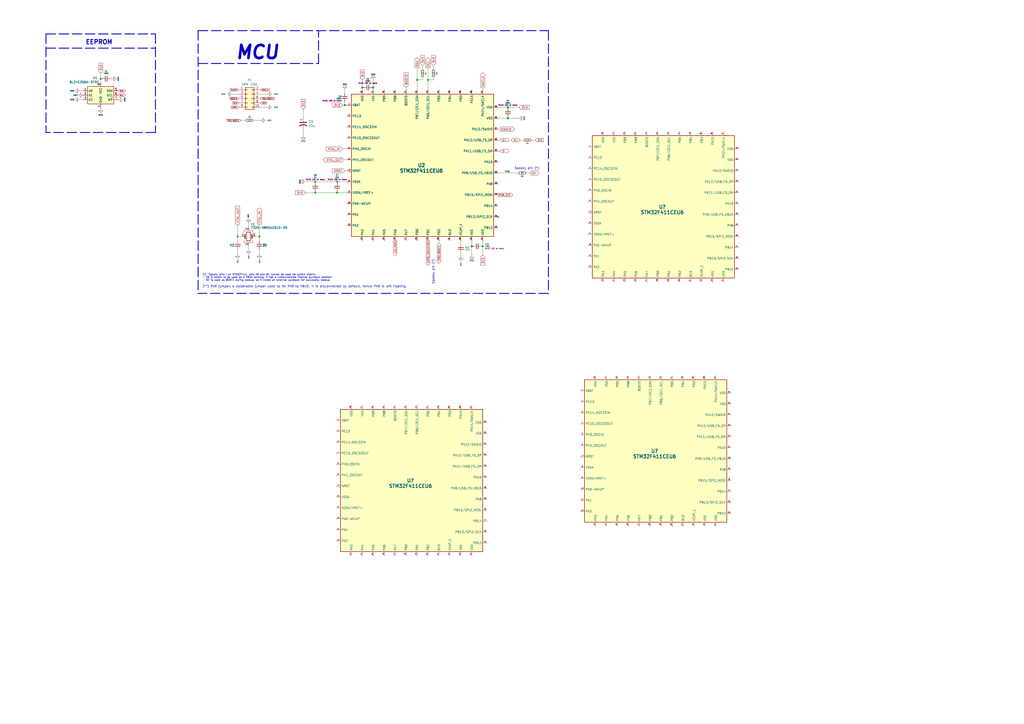
<source format=kicad_sch>
(kicad_sch (version 20230121) (generator eeschema)
  (paper "A2")
  (title_block (title "Noxary X60") (date "2021-08-26") (rev "v1.0.2") (company "Designed by Gondolindrim"))
  (lib_symbols
    (symbol "Connector_Generic:Conn_02x05_Odd_Even" (pin_names (offset 1.016) hide)
      (property "Reference" "J" (at 1.27 7.62 0))
      (property "Value" "Conn_02x05_Odd_Even" (at 1.27 -7.62 0))
      (symbol "Conn_02x05_Odd_Even_1_1"
        (rectangle (start -1.27 -4.953) (end 0 -5.207) (stroke (width 0.1524)))
        (rectangle (start -1.27 -2.413) (end 0 -2.667) (stroke (width 0.1524)))
        (rectangle (start -1.27 0.127) (end 0 -0.127) (stroke (width 0.1524)))
        (rectangle (start -1.27 2.667) (end 0 2.413) (stroke (width 0.1524)))
        (rectangle (start -1.27 5.207) (end 0 4.953) (stroke (width 0.1524)))
        (rectangle (start -1.27 6.35) (end 3.81 -6.35) (stroke (width 0.254)) (fill (type background)))
        (rectangle (start 3.81 -4.953) (end 2.54 -5.207) (stroke (width 0.1524)))
        (rectangle (start 3.81 -2.413) (end 2.54 -2.667) (stroke (width 0.1524)))
        (rectangle (start 3.81 0.127) (end 2.54 -0.127) (stroke (width 0.1524)))
        (rectangle (start 3.81 2.667) (end 2.54 2.413) (stroke (width 0.1524)))
        (rectangle (start 3.81 5.207) (end 2.54 4.953) (stroke (width 0.1524)))
        (pin passive line (at -5.08 5.08 0) (length 3.81) (name "Pin_1") (number "1"))
        (pin passive line (at 7.62 -5.08 180) (length 3.81) (name "Pin_10") (number "10"))
        (pin passive line (at 7.62 5.08 180) (length 3.81) (name "Pin_2") (number "2"))
        (pin passive line (at -5.08 2.54 0) (length 3.81) (name "Pin_3") (number "3"))
        (pin passive line (at 7.62 2.54 180) (length 3.81) (name "Pin_4") (number "4"))
        (pin passive line (at -5.08 0 0) (length 3.81) (name "Pin_5") (number "5"))
        (pin passive line (at 7.62 0 180) (length 3.81) (name "Pin_6") (number "6"))
        (pin passive line (at -5.08 -2.54 0) (length 3.81) (name "Pin_7") (number "7"))
        (pin passive line (at 7.62 -2.54 180) (length 3.81) (name "Pin_8") (number "8"))
        (pin passive line (at -5.08 -5.08 0) (length 3.81) (name "Pin_9") (number "9"))
      )
    )
    (symbol "Device:CP1" (pin_numbers hide) (pin_names (offset 0.254) hide)
      (property "Reference" "C" (at 0.635 2.54 0))
      (property "Value" "CP1" (at 0.635 -2.54 0))
      (symbol "CP1_0_1"
        (polyline (pts (xy -2.032 0.762) (xy 2.032 0.762)) (stroke (width 0.508)))
        (polyline (pts (xy -1.778 2.286) (xy -0.762 2.286)))
        (polyline (pts (xy -1.27 1.778) (xy -1.27 2.794)))
        (arc (start 2.032 -1.27) (mid 0 -0.5572) (end -2.032 -1.27) (stroke (width 0.508)))
      )
      (symbol "CP1_1_1"
        (pin passive line (at 0 3.81 270) (length 2.794) (name "~") (number "1"))
        (pin passive line (at 0 -3.81 90) (length 3.302) (name "~") (number "2"))
      )
    )
    (symbol "Device:C_Small" (pin_numbers hide) (pin_names (offset 0.254) hide)
      (property "Reference" "C" (at 0.254 1.778 0))
      (property "Value" "C_Small" (at 0.254 -2.032 0))
      (symbol "C_Small_0_1"
        (polyline (pts (xy -1.524 -0.508) (xy 1.524 -0.508)) (stroke (width 0.3302)))
        (polyline (pts (xy -1.524 0.508) (xy 1.524 0.508)) (stroke (width 0.3048)))
      )
      (symbol "C_Small_1_1"
        (pin passive line (at 0 2.54 270) (length 2.032) (name "~") (number "1"))
        (pin passive line (at 0 -2.54 90) (length 2.032) (name "~") (number "2"))
      )
    )
    (symbol "Device:Crystal_GND24" (pin_names (offset 1.016) hide)
      (property "Reference" "Y" (at 3.175 5.08 0))
      (property "Value" "Crystal_GND24" (at 3.175 3.175 0))
      (symbol "Crystal_GND24_0_1"
        (rectangle (start -1.143 2.54) (end 1.143 -2.54) (stroke (width 0.3048)))
        (polyline (pts (xy -2.54 0) (xy -2.032 0)))
        (polyline (pts (xy -2.032 -1.27) (xy -2.032 1.27)) (stroke (width 0.508)))
        (polyline (pts (xy 0 -3.81) (xy 0 -3.556)))
        (polyline (pts (xy 0 3.556) (xy 0 3.81)))
        (polyline (pts (xy 2.032 -1.27) (xy 2.032 1.27)) (stroke (width 0.508)))
        (polyline (pts (xy 2.032 0) (xy 2.54 0)))
        (polyline (pts (xy -2.54 -2.286) (xy -2.54 -3.556) (xy 2.54 -3.556) (xy 2.54 -2.286)))
        (polyline (pts (xy -2.54 2.286) (xy -2.54 3.556) (xy 2.54 3.556) (xy 2.54 2.286)))
      )
      (symbol "Crystal_GND24_1_1"
        (pin passive line (at -3.81 0 0) (length 1.27) (name "1") (number "1"))
        (pin passive line (at 0 5.08 270) (length 1.27) (name "2") (number "2"))
        (pin passive line (at 3.81 0 180) (length 1.27) (name "3") (number "3"))
        (pin passive line (at 0 -5.08 90) (length 1.27) (name "4") (number "4"))
      )
    )
    (symbol "Device:R_Small" (pin_numbers hide) (pin_names (offset 0.254) hide)
      (property "Reference" "R" (at 0.762 0.508 0))
      (property "Value" "R_Small" (at 0.762 -1.016 0))
      (symbol "R_Small_0_1"
        (rectangle (start -0.762 1.778) (end 0.762 -1.778) (stroke (width 0.2032)))
      )
      (symbol "R_Small_1_1"
        (pin passive line (at 0 2.54 270) (length 0.762) (name "~") (number "1"))
        (pin passive line (at 0 -2.54 90) (length 0.762) (name "~") (number "2"))
      )
    )
    (symbol "Memory_EEPROM:24LC256"
      (property "Reference" "U" (at -6.35 6.35 0))
      (property "Value" "24LC256" (at 1.27 6.35 0))
      (symbol "24LC256_1_1"
        (rectangle (start -7.62 5.08) (end 7.62 -5.08) (stroke (width 0.254)) (fill (type background)))
        (pin input line (at -10.16 2.54 0) (length 2.54) (name "A0") (number "1"))
        (pin input line (at -10.16 0 0) (length 2.54) (name "A1") (number "2"))
        (pin input line (at -10.16 -2.54 0) (length 2.54) (name "A2") (number "3"))
        (pin power_in line (at 0 -7.62 90) (length 2.54) (name "GND") (number "4"))
        (pin bidirectional line (at 10.16 2.54 180) (length 2.54) (name "SDA") (number "5"))
        (pin input line (at 10.16 0 180) (length 2.54) (name "SCL") (number "6"))
        (pin input line (at 10.16 -2.54 180) (length 2.54) (name "WP") (number "7"))
        (pin power_in line (at 0 7.62 270) (length 2.54) (name "VCC") (number "8"))
      )
    )
    (symbol "acheron_Symbols:STM32F411-48"
      (property "Reference" "U2" (at 0 1.905 0))
      (property "Value" "STM32F411-48" (at 0 -2.54 0))
      (symbol "STM32F411-48_0_1"
        (rectangle (start 41.91 41.91) (end -40.64 -40.64) (stroke (width 0.3048)) (fill (type background)))
      )
      (symbol "STM32F411-48_1_1"
        (pin power_in line (at -43.18 35.56 0) (length 2.54) (name "VBAT") (number "1"))
        (pin bidirectional line (at -43.18 -21.59 0) (length 2.54) (name "PA0-WKUP") (number "10"))
        (pin bidirectional line (at -43.18 -27.94 0) (length 2.54) (name "PA1") (number "11"))
        (pin bidirectional line (at -43.18 -34.29 0) (length 2.54) (name "PA2") (number "12"))
        (pin bidirectional line (at -34.29 -43.18 90) (length 2.54) (name "PA3") (number "13"))
        (pin bidirectional line (at -27.94 -43.18 90) (length 2.54) (name "PA4") (number "14"))
        (pin bidirectional line (at -21.59 -43.18 90) (length 2.54) (name "PA5") (number "15"))
        (pin bidirectional line (at -15.24 -43.18 90) (length 2.54) (name "PA6") (number "16"))
        (pin bidirectional line (at -8.89 -43.18 90) (length 2.54) (name "PA7") (number "17"))
        (pin bidirectional line (at -2.54 -43.18 90) (length 2.54) (name "PB0") (number "18"))
        (pin bidirectional line (at 3.81 -43.18 90) (length 2.54) (name "PB1") (number "19"))
        (pin bidirectional line (at -43.18 29.21 0) (length 2.54) (name "PC13") (number "2"))
        (pin bidirectional line (at 10.16 -43.18 90) (length 2.54) (name "PB2") (number "20"))
        (pin bidirectional line (at 16.51 -43.18 90) (length 2.54) (name "B10") (number "21"))
        (pin output line (at 22.86 -43.18 90) (length 2.54) (name "VCAP_1") (number "22"))
        (pin power_out line (at 29.21 -43.18 90) (length 2.54) (name "VSS") (number "23"))
        (pin power_in line (at 35.56 -43.18 90) (length 2.54) (name "VDD") (number "24"))
        (pin bidirectional line (at 44.45 -35.56 180) (length 2.54) (name "PB12") (number "25"))
        (pin bidirectional line (at 44.45 -29.21 180) (length 2.54) (name "PB13") (number "26") (alternate "PB13/SPI2_SCK" bidirectional line))
        (pin bidirectional line (at 44.45 -22.86 180) (length 2.54) (name "PB14") (number "27"))
        (pin bidirectional line (at 44.45 -16.51 180) (length 2.54) (name "PB15") (number "28") (alternate "PB15/SPI2_MOSI" bidirectional line))
        (pin bidirectional line (at 44.45 -10.16 180) (length 2.54) (name "PA8") (number "29"))
        (pin bidirectional line (at -43.18 22.86 0) (length 2.54) (name "PC14_OSC32IN") (number "3"))
        (pin bidirectional line (at 44.45 -3.81 180) (length 2.54) (name "PA9") (number "30") (alternate "PA9/USB_FS_VBUS" bidirectional line))
        (pin bidirectional line (at 44.45 2.54 180) (length 2.54) (name "PA10") (number "31"))
        (pin bidirectional line (at 44.45 8.89 180) (length 2.54) (name "PA11") (number "32") (alternate "PA11/USB_FS_DM" bidirectional line))
        (pin bidirectional line (at 44.45 15.24 180) (length 2.54) (name "PA12") (number "33") (alternate "PA12/USB_FS_DP" bidirectional line))
        (pin bidirectional line (at 44.45 21.59 180) (length 2.54) (name "PA13") (number "34") (alternate "PA12/SWDIO" bidirectional line))
        (pin power_in line (at 44.45 27.94 180) (length 2.54) (name "VSS") (number "35"))
        (pin power_out line (at 44.45 34.29 180) (length 2.54) (name "VDD") (number "36"))
        (pin bidirectional line (at 35.56 44.45 270) (length 2.54) (name "PA14") (number "37") (alternate "PA14/SWCLK" output line))
        (pin bidirectional line (at 29.21 44.45 270) (length 2.54) (name "PA15") (number "38"))
        (pin bidirectional line (at 22.86 44.45 270) (length 2.54) (name "PB3") (number "39"))
        (pin bidirectional line (at -43.18 16.51 0) (length 2.54) (name "PC15_OSC32OUT") (number "4"))
        (pin bidirectional line (at 16.51 44.45 270) (length 2.54) (name "PB4") (number "40"))
        (pin bidirectional line (at 10.16 44.45 270) (length 2.54) (name "PB5") (number "41"))
        (pin bidirectional line (at 3.81 44.45 270) (length 2.54) (name "PB6") (number "42") (alternate "PB6/I2C1_SCL" bidirectional line))
        (pin bidirectional line (at -2.54 44.45 270) (length 2.54) (name "PB7") (number "43") (alternate "PB7/I2C1_SDA" bidirectional line))
        (pin input line (at -8.89 44.45 270) (length 2.54) (name "BOOT0") (number "44"))
        (pin bidirectional line (at -15.24 44.45 270) (length 2.54) (name "PB8") (number "45"))
        (pin input line (at -21.59 44.45 270) (length 2.54) (name "PB9") (number "46"))
        (pin power_in line (at -27.94 44.45 270) (length 2.54) (name "VSS") (number "47"))
        (pin power_out line (at -34.29 44.45 270) (length 2.54) (name "VDD") (number "48"))
        (pin input line (at -43.18 10.16 0) (length 2.54) (name "PH0_OSCIN") (number "5"))
        (pin output line (at -43.18 3.81 0) (length 2.54) (name "PH1_OSCOUT") (number "6"))
        (pin input inverted (at -43.18 -2.54 0) (length 2.54) (name "NRST") (number "7"))
        (pin power_in line (at -43.18 -8.89 0) (length 2.54) (name "VSSA") (number "8"))
        (pin power_in line (at -43.18 -15.24 0) (length 2.54) (name "VDDA/VREF+") (number "9"))
      )
    )
    (symbol "power:GND" (power) (pin_names (offset 0))
      (property "Value" "GND" (at 0 -3.81 0))
      (symbol "GND_0_1"
        (polyline (pts (xy 0 0) (xy 0 -1.27) (xy 1.27 -1.27) (xy 0 -2.54) (xy -1.27 -1.27) (xy 0 -1.27)))
      )
      (symbol "GND_1_1"
        (pin power_in line (at 0 0 270) (length 0) hide (name "GND") (number "1"))
      )
    )
  )
  (junction (at 216.535 50.8) (diameter 1.016))
  (junction (at 182.88 111.76))
  (junction (at 294.64 62.23) (diameter 1.016))
  (junction (at 280.035 142.875))
  (junction (at 58.42 45.72) (diameter 0.9144))
  (junction (at 294.64 68.58) (diameter 1.016))
  (junction (at 241.935 46.355) (diameter 0.9144))
  (junction (at 248.285 46.355) (diameter 0.9144))
  (junction (at 182.88 105.41))
  (junction (at 195.58 111.76))
  (junction (at 210.185 50.8) (diameter 1.016))
  (junction (at 195.58 105.41))
  (junction (at 200.025 60.96) (diameter 1.016))
  (junction (at 137.795 137.16) (diameter 0.9144))
  (junction (at 150.495 137.16) (diameter 0.9144))
  (junction (at 273.685 142.875) (diameter 1.016))
  (no_connect (at 288.925 125.73))
  (wire (pts (xy 254.635 139.7) (xy 254.635 140.97)))
  (polyline (pts (xy 114.935 36.83) (xy 184.785 36.83)) (stroke (width 0.508) (type dash)))
  (wire (pts (xy 195.58 105.41) (xy 195.58 106.045)))
  (polyline (pts (xy 318.135 17.78) (xy 318.135 170.18)) (stroke (width 0.508) (type dash)))
  (wire (pts (xy 46.355 57.785) (xy 48.26 57.785)))
  (wire (pts (xy 273.685 139.7) (xy 273.685 142.875)))
  (wire (pts (xy 245.11 38.1) (xy 245.11 40.005)))
  (wire (pts (xy 245.11 46.355) (xy 241.935 46.355)))
  (wire (pts (xy 177.165 105.41) (xy 182.88 105.41)))
  (wire (pts (xy 198.755 60.96) (xy 200.025 60.96)))
  (polyline (pts (xy 26.67 19.685) (xy 90.17 19.685)) (stroke (width 0.508) (type dash)))
  (wire (pts (xy 280.035 50.8) (xy 280.035 52.07)))
  (wire (pts (xy 139.7 69.85) (xy 142.24 69.85)))
  (wire (pts (xy 235.585 50.8) (xy 235.585 52.07)))
  (wire (pts (xy 303.53 81.28) (xy 301.625 81.28)))
  (wire (pts (xy 154.94 62.23) (xy 151.13 62.23)))
  (polyline (pts (xy 114.935 17.78) (xy 114.935 170.18)) (stroke (width 0.508) (type dash)))
  (wire (pts (xy 200.025 60.96) (xy 201.295 60.96)))
  (wire (pts (xy 273.685 142.875) (xy 274.32 142.875)))
  (wire (pts (xy 195.58 111.76) (xy 201.295 111.76)))
  (polyline (pts (xy 184.785 36.83) (xy 184.785 17.78)) (stroke (width 0.508) (type dash)))
  (wire (pts (xy 46.355 52.705) (xy 48.26 52.705)))
  (wire (pts (xy 288.925 100.33) (xy 300.355 100.33)))
  (wire (pts (xy 64.135 45.72) (xy 64.77 45.72)))
  (wire (pts (xy 288.925 62.23) (xy 294.64 62.23)))
  (wire (pts (xy 294.64 62.23) (xy 300.99 62.23)))
  (wire (pts (xy 182.88 111.125) (xy 182.88 111.76)))
  (wire (pts (xy 200.025 59.055) (xy 200.025 60.96)))
  (wire (pts (xy 200.025 52.07) (xy 200.025 53.975)))
  (wire (pts (xy 144.145 144.78) (xy 144.145 142.24)))
  (wire (pts (xy 288.925 81.28) (xy 290.195 81.28)))
  (polyline (pts (xy 114.935 17.78) (xy 318.135 17.78)) (stroke (width 0.508) (type dash)))
  (wire (pts (xy 280.035 139.7) (xy 280.035 142.875)))
  (wire (pts (xy 280.035 142.875) (xy 280.035 147.955)))
  (wire (pts (xy 248.285 46.355) (xy 248.285 52.07)))
  (wire (pts (xy 150.495 139.7) (xy 150.495 137.16)))
  (wire (pts (xy 305.435 100.33) (xy 307.975 100.33)))
  (wire (pts (xy 251.46 38.1) (xy 251.46 40.005)))
  (wire (pts (xy 150.495 130.175) (xy 150.495 137.16)))
  (wire (pts (xy 175.895 63.5) (xy 175.895 67.945)))
  (wire (pts (xy 175.895 75.565) (xy 175.895 78.74)))
  (wire (pts (xy 150.495 147.32) (xy 150.495 144.78)))
  (wire (pts (xy 216.535 46.355) (xy 216.535 50.8)))
  (wire (pts (xy 137.795 130.81) (xy 137.795 137.16)))
  (wire (pts (xy 273.685 142.875) (xy 273.685 147.955)))
  (wire (pts (xy 182.88 105.41) (xy 195.58 105.41)))
  (wire (pts (xy 195.58 105.41) (xy 201.295 105.41)))
  (wire (pts (xy 267.335 139.7) (xy 267.335 141.605)))
  (wire (pts (xy 267.335 146.685) (xy 267.335 148.59)))
  (wire (pts (xy 245.11 45.085) (xy 245.11 46.355)))
  (wire (pts (xy 58.42 45.72) (xy 58.42 47.625)))
  (wire (pts (xy 144.145 129.54) (xy 144.145 132.08)))
  (wire (pts (xy 195.58 111.125) (xy 195.58 111.76)))
  (polyline (pts (xy 90.17 76.835) (xy 26.67 76.835)) (stroke (width 0.508) (type dash)))
  (wire (pts (xy 58.42 42.545) (xy 58.42 45.72)))
  (wire (pts (xy 288.925 87.63) (xy 290.195 87.63)))
  (wire (pts (xy 210.185 50.8) (xy 210.82 50.8)))
  (wire (pts (xy 215.9 50.8) (xy 216.535 50.8)))
  (polyline (pts (xy 26.67 27.94) (xy 90.17 27.94)) (stroke (width 0.508) (type dash)))
  (wire (pts (xy 210.185 50.8) (xy 210.185 52.07)))
  (wire (pts (xy 294.64 67.945) (xy 294.64 68.58)))
  (wire (pts (xy 216.535 50.8) (xy 216.535 52.07)))
  (wire (pts (xy 150.495 137.16) (xy 147.955 137.16)))
  (wire (pts (xy 294.64 62.23) (xy 294.64 62.865)))
  (polyline (pts (xy 318.135 170.18) (xy 114.935 170.18)) (stroke (width 0.508) (type dash)))
  (wire (pts (xy 251.46 46.355) (xy 248.285 46.355)))
  (wire (pts (xy 154.94 54.61) (xy 151.13 54.61)))
  (wire (pts (xy 200.025 99.06) (xy 201.295 99.06)))
  (polyline (pts (xy 26.67 19.685) (xy 26.67 76.835)) (stroke (width 0.508) (type dash)))
  (wire (pts (xy 151.13 69.85) (xy 147.32 69.85)))
  (wire (pts (xy 241.935 39.37) (xy 241.935 46.355)))
  (wire (pts (xy 137.795 147.32) (xy 137.795 144.78)))
  (wire (pts (xy 248.285 39.37) (xy 248.285 46.355)))
  (wire (pts (xy 198.755 92.71) (xy 201.295 92.71)))
  (wire (pts (xy 137.795 139.7) (xy 137.795 137.16)))
  (wire (pts (xy 310.515 81.28) (xy 308.61 81.28)))
  (wire (pts (xy 279.4 142.875) (xy 280.035 142.875)))
  (wire (pts (xy 288.925 68.58) (xy 294.64 68.58)))
  (wire (pts (xy 294.64 68.58) (xy 300.99 68.58)))
  (polyline (pts (xy 90.17 19.685) (xy 90.17 76.835)) (stroke (width 0.508) (type dash)))
  (wire (pts (xy 182.88 111.76) (xy 195.58 111.76)))
  (wire (pts (xy 182.88 105.41) (xy 182.88 106.045)))
  (wire (pts (xy 58.42 45.72) (xy 59.055 45.72)))
  (wire (pts (xy 288.925 74.93) (xy 290.195 74.93)))
  (wire (pts (xy 251.46 45.085) (xy 251.46 46.355)))
  (wire (pts (xy 134.62 54.61) (xy 138.43 54.61)))
  (wire (pts (xy 241.935 46.355) (xy 241.935 52.07)))
  (wire (pts (xy 198.755 86.36) (xy 201.295 86.36)))
  (wire (pts (xy 210.185 46.355) (xy 210.185 50.8)))
  (wire (pts (xy 137.795 137.16) (xy 140.335 137.16)))
  (wire (pts (xy 177.165 111.76) (xy 182.88 111.76)))
  (text "Spooky pin (*)" (at 298.45 98.425 0) (effects (font (size 1.27 1.27)) (justify left bottom)))
  (text "(*) \"Spooky pins\": on STM32F4x1, pins A9 and B2 cannot be used for switch matrix:\n- A9 is meant to be used as a VBUS sensing. It has a undocumented internal pulldown resistor;\n- B2 is used as BOOT1 during bootup, so it needs an external pulldown for successful bootup\n" (at 117.475 163.195 0) (effects (font (size 1 1)) (justify left bottom)))
  (text "MCU" (at 162.56 34.925 0) (effects (font (size 7.62 7.62) (thickness 1.524) bold italic) (justify right bottom)))
  (text "Spooky pin (*)" (at 252.095 150.495 90) (effects (font (size 1.27 1.27)) (justify right bottom)))
  (text "EEPROM" (at 49.53 26.035 0) (effects (font (size 2.54 2.54) (thickness 0.508) bold) (justify left bottom)))
  (text "(**) PA9 jumper: a solderable jumper used to tie PA9 to VBUS. It is disconnected by default, hence PA9 is left floating" (at 117.475 167.005 0) (effects (font (size 1.27 1.27)) (justify left bottom)))
  (label "PA9" (at 292.735 100.33 0) (effects (font (size 1 1))))
  (global_label "SCL" (shape output) (at 248.285 39.37 90) (property "Intersheetrefs" "${INTERSHEET_REFS}" (effects hide)))
  (global_label "3V3" (shape input) (at 245.11 38.1 90) (property "Intersheetrefs" "${INTERSHEET_REFS}" (effects hide)))
  (global_label "XTAL_IN" (shape output) (at 150.495 130.175 90) (property "Intersheetrefs" "${INTERSHEET_REFS}" (effects hide)))
  (global_label "CAPS_INDICATOR" (shape output) (at 248.285 139.7 270) (effects (font (size 1.016 1.016))) (property "Intersheetrefs" "${INTERSHEET_REFS}" (effects hide)))
  (global_label "D-" (shape bidirectional) (at 290.195 87.63 0) (effects (font (size 1.016 1.016))) (property "Intersheetrefs" "${INTERSHEET_REFS}" (effects hide)))
  (global_label "NRST" (shape input) (at 200.025 99.06 180) (property "Intersheetrefs" "${INTERSHEET_REFS}" (effects hide)))
  (global_label "SDA" (shape output) (at 241.935 39.37 90) (property "Intersheetrefs" "${INTERSHEET_REFS}" (effects hide)))
  (global_label "SWDIO" (shape output) (at 290.195 74.93 0) (property "Intersheetrefs" "${INTERSHEET_REFS}" (effects hide)))
  (global_label "SCL" (shape bidirectional) (at 68.58 55.245 0) (effects (font (size 0.762 0.762))) (property "Intersheetrefs" "${INTERSHEET_REFS}" (effects hide)))
  (global_label "3V3" (shape input) (at 151.13 59.69 0) (effects (font (size 0.762 0.762))) (property "Intersheetrefs" "${INTERSHEET_REFS}" (effects hide)))
  (global_label "NRST" (shape input) (at 138.43 62.23 180) (effects (font (size 0.762 0.762))) (property "Intersheetrefs" "${INTERSHEET_REFS}" (effects hide)))
  (global_label "3V3" (shape input) (at 177.165 111.76 180) (property "Intersheetrefs" "${INTERSHEET_REFS}" (effects hide)))
  (global_label "BOOT0" (shape input) (at 138.43 57.15 180) (effects (font (size 0.762 0.762))) (property "Intersheetrefs" "${INTERSHEET_REFS}" (effects hide)))
  (global_label "SWCLK" (shape output) (at 280.035 50.8 90) (property "Intersheetrefs" "${INTERSHEET_REFS}" (effects hide)))
  (global_label "3V3" (shape input) (at 300.99 62.23 0) (property "Intersheetrefs" "${INTERSHEET_REFS}" (effects hide)))
  (global_label "3V3" (shape input) (at 198.755 60.96 180) (property "Intersheetrefs" "${INTERSHEET_REFS}" (effects hide)))
  (global_label "XTAL_OUT" (shape output) (at 198.755 92.71 180) (property "Intersheetrefs" "${INTERSHEET_REFS}" (effects hide)))
  (global_label "SWDIO" (shape input) (at 138.43 52.07 180) (effects (font (size 0.762 0.762))) (property "Intersheetrefs" "${INTERSHEET_REFS}" (effects hide)))
  (global_label "XTAL_IN" (shape input) (at 198.755 86.36 180) (property "Intersheetrefs" "${INTERSHEET_REFS}" (effects hide)))
  (global_label "D+" (shape bidirectional) (at 301.625 81.28 180) (effects (font (size 1.016 1.016))) (property "Intersheetrefs" "${INTERSHEET_REFS}" (effects hide)))
  (global_label "PB2{slash}BOOT1" (shape input) (at 151.13 57.15 0) (effects (font (size 0.762 0.762))) (property "Intersheetrefs" "${INTERSHEET_REFS}" (effects hide)))
  (global_label "5V" (shape output) (at 307.975 100.33 0) (property "Intersheetrefs" "${INTERSHEET_REFS}" (effects hide)))
  (global_label "XTAL_OUT" (shape input) (at 137.795 130.81 90) (property "Intersheetrefs" "${INTERSHEET_REFS}" (effects hide)))
  (global_label "3V3" (shape input) (at 310.515 81.28 0) (effects (font (size 1.016 1.016))) (property "Intersheetrefs" "${INTERSHEET_REFS}" (effects hide)))
  (global_label "PB2{slash}BOOT1" (shape input) (at 139.7 69.85 180) (effects (font (size 0.762 0.762))) (property "Intersheetrefs" "${INTERSHEET_REFS}" (effects hide)))
  (global_label "RGB_3V3" (shape output) (at 288.925 113.03 0) (effects (font (size 1.016 1.016))) (property "Intersheetrefs" "${INTERSHEET_REFS}" (effects hide)))
  (global_label "SDA" (shape bidirectional) (at 68.58 52.705 0) (effects (font (size 0.762 0.762))) (property "Intersheetrefs" "${INTERSHEET_REFS}" (effects hide)))
  (global_label "PB2{slash}BOOT1" (shape bidirectional) (at 254.635 140.97 270) (effects (font (size 1.016 1.016))) (property "Intersheetrefs" "${INTERSHEET_REFS}" (effects hide)))
  (global_label "3V3" (shape input) (at 138.43 59.69 180) (effects (font (size 0.762 0.762))) (property "Intersheetrefs" "${INTERSHEET_REFS}" (effects hide)))
  (global_label "3V3" (shape input) (at 58.42 42.545 90) (property "Intersheetrefs" "${INTERSHEET_REFS}" (effects hide)))
  (global_label "BOOT0" (shape input) (at 235.585 50.8 90) (property "Intersheetrefs" "${INTERSHEET_REFS}" (effects hide)))
  (global_label "3V3" (shape input) (at 280.035 147.955 270) (property "Intersheetrefs" "${INTERSHEET_REFS}" (effects hide)))
  (global_label "D+" (shape bidirectional) (at 290.195 81.28 0) (effects (font (size 1.016 1.016))) (property "Intersheetrefs" "${INTERSHEET_REFS}" (effects hide)))
  (global_label "LED_PWM" (shape output) (at 229.235 139.7 270) (effects (font (size 1.016 1.016))) (property "Intersheetrefs" "${INTERSHEET_REFS}" (effects hide)))
  (global_label "SWCLK" (shape input) (at 151.13 52.07 0) (effects (font (size 0.762 0.762))) (property "Intersheetrefs" "${INTERSHEET_REFS}" (effects hide)))
  (global_label "3V3" (shape input) (at 251.46 38.1 90) (property "Intersheetrefs" "${INTERSHEET_REFS}" (effects hide)))
  (global_label "3V3" (shape input) (at 175.895 63.5 90) (property "Intersheetrefs" "${INTERSHEET_REFS}" (effects hide)))
  (global_label "3V3" (shape input) (at 210.185 46.355 90) (property "Intersheetrefs" "${INTERSHEET_REFS}" (effects hide)))
  (symbol (lib_id "acheron_Symbols:STM32F411-48") (at 244.475 96.52 0) (unit 1)
    (property "Reference" "U2" (at 244.475 95.885 0) (effects (font (size 2.0066 2.0066) bold)))
    (property "Value" "STM32F411CEU6" (at 244.475 99.06 0) (effects (font (size 2.0066 2.0066) bold)))
    (property "Footprint" "acheron_Components:STM_UFQFPN-48_LQFP-48-1EP_7x7mm_P0.5mm_HandSoldering_ThermalReliefs" (effects hide))
    (property "Datasheet" "https://www.st.com/resource/en/datasheet/stm32f411ce.pdf" (effects hide))
    (property "Manufacturer" "STMicroelectronics" (effects hide))
    (property "Manufacturer Part Number" "STM32F411" (effects hide))
    (property "Package" "UFQFPN-48" (effects hide))
    (property "Description" "32-bit ARM Cortex-M0+ 128kBytes flash microcontroller" (effects hide))
    (property "Vendor Part Number" "LCSC C60420 (https://lcsc.com/product-detail/ST-Microelectronics_STMicroelectronics-STM32F411CEU6_C60420.html)" (effects hide))
    (pin "26" (alternate "PB13/SPI2_SCK"))
    (pin "28" (alternate "PB15/SPI2_MOSI"))
    (pin "30" (alternate "PA9/USB_FS_VBUS"))
    (pin "32" (alternate "PA11/USB_FS_DM"))
    (pin "33" (alternate "PA12/USB_FS_DP"))
    (pin "34" (alternate "PA12/SWDIO"))
    (pin "37" (alternate "PA14/SWCLK"))
    (pin "42" (alternate "PB6/I2C1_SCL"))
    (pin "43" (alternate "PB7/I2C1_SDA"))
  )
  (symbol (lib_id "Connector_Generic:Conn_02x05_Odd_Even") (at 143.51 57.15 0) (unit 1) (in_bom no)
    (property "Reference" "X1" (at 144.78 46.355 0))
    (property "Value" "ARM JTAG" (at 144.78 48.895 0))
    (property "Footprint" "acheron_Connectors:PinHeader_2x5_P2.54mm_Vertical_Staggered" (effects hide))
    (property "Specification" "2.54mm pitch 2x4 through hole pin header, staggered" (effects hide))
  )
  (symbol (lib_id "Device:CP1") (at 175.895 71.755 0) (unit 1)
    (property "Reference" "C5" (at 179.07 70.4849 0) (effects (justify left)))
    (property "Value" "10u" (at 179.07 73.0249 0) (effects (justify left)))
    (property "Footprint" "acheron_Components:CP_EIA-3216-10_Kemet-I_Pad1.58x1.35mm_HandSolder" (effects hide))
    (property "Package" "CASE A (3216)" (effects hide))
    (property "Description" "Tantallum capacitor 10V or more" (effects hide))
  )
  (symbol (lib_id "power:GND") (at 300.99 68.58 90) (unit 1)
    (property "Reference" "#PWR012" (effects hide))
    (property "Value" "GND" (at 304.165 68.58 0) (effects (font (size 0.762 0.762))))
  )
  (symbol (lib_id "acheron_Symbols:STM32F411-48") (at 379.73 262.255 0) (unit 1)
    (property "Reference" "U?" (at 379.73 261.62 0) (effects (font (size 2.0066 2.0066) bold)))
    (property "Value" "STM32F411CEU6" (at 379.73 264.795 0) (effects (font (size 2.0066 2.0066) bold)))
    (property "Footprint" "acheron_Components:STM_UFQFPN-48_LQFP-48-1EP_7x7mm_P0.5mm_HandSoldering_ThermalReliefs" (effects hide))
    (property "Datasheet" "https://www.st.com/resource/en/datasheet/stm32f411ce.pdf" (effects hide))
    (property "Manufacturer" "STMicroelectronics" (effects hide))
    (property "Manufacturer Part Number" "STM32F411" (effects hide))
    (property "Package" "UFQFPN-48" (effects hide))
    (property "Description" "32-bit ARM Cortex-M0+ 128kBytes flash microcontroller" (effects hide))
    (property "Vendor Part Number" "LCSC C60420 (https://lcsc.com/product-detail/ST-Microelectronics_STMicroelectronics-STM32F411CEU6_C60420.html)" (effects hide))
    (pin "26" (alternate "PB13/SPI2_SCK"))
    (pin "28" (alternate "PB15/SPI2_MOSI"))
    (pin "30" (alternate "PA9/USB_FS_VBUS"))
    (pin "32" (alternate "PA11/USB_FS_DM"))
    (pin "33" (alternate "PA12/USB_FS_DP"))
    (pin "34" (alternate "PA12/SWDIO"))
    (pin "37" (alternate "PA14/SWCLK"))
    (pin "42" (alternate "PB6/I2C1_SCL"))
    (pin "43" (alternate "PB7/I2C1_SDA"))
  )
  (symbol (lib_id "Device:R_Small") (at 245.11 42.545 0) (unit 1)
    (property "Reference" "R1" (at 247.015 42.5449 90) (effects (font (size 0.762 0.762))))
    (property "Value" "1.5k" (at 245.11 42.5449 90) (effects (font (size 0.762 0.762))))
    (property "Footprint" "Resistor_SMD:R_0402_1005Metric" (effects hide))
    (property "Package" "R0402" (effects hide))
  )
  (symbol (lib_id "power:GND") (at 267.335 148.59 0) (unit 1)
    (property "Reference" "#PWR021" (effects hide))
    (property "Value" "GND" (at 267.335 153.3652 90) (effects (font (size 0.635 0.635))))
  )
  (symbol (lib_id "power:GND") (at 64.77 45.72 90) (unit 1)
    (property "Reference" "#PWR01" (effects hide))
    (property "Value" "GND" (at 68.58 45.72 0) (effects (font (size 0.762 0.762))))
  )
  (symbol (lib_id "Device:Crystal_GND24") (at 144.145 137.16 0) (unit 1)
    (property "Reference" "Y1" (at 145.415 130.1749 0) (effects (justify left)))
    (property "Value" "7325-0800A2010-00" (at 145.415 132.0799 0) (effects (justify left)))
    (property "Footprint" "acheron_Components:Crystal_SMD_3225-4Pin_3.2x2.5mm" (effects hide))
    (property "Manufacturer" "XTY" (effects hide))
    (property "Vendor Part Number" "LCSC C389817 (https://lcsc.com/product-detail/Crystals_XTY-7325-0800A2010-00_C389817.html)" (effects hide))
    (property "Package" "Y_3225_4P" (effects hide))
    (property "Description" "8MHz 3225-4P oscillator crystal" (effects hide))
    (property "Manufacturer Part Number" "7325-0800A2010-00" (effects hide))
  )
  (symbol (lib_id "Device:R_Small") (at 302.895 100.33 270) (unit 1)
    (property "Reference" "R5" (at 302.895 102.235 90) (effects (font (size 0.7874 0.7874))))
    (property "Value" "0R" (at 302.895 100.33 90) (effects (font (size 0.7874 0.7874))))
    (property "Footprint" "Resistor_SMD:R_0805_2012Metric" (effects hide))
    (property "Package" "R0805" (effects hide))
  )
  (symbol (lib_id "power:GND") (at 46.355 57.785 270) (unit 1)
    (property "Reference" "#PWR08" (effects hide))
    (property "Value" "GND" (at 41.91 57.785 90) (effects (font (size 0.762 0.762))))
  )
  (symbol (lib_id "Device:R_Small") (at 144.78 69.85 90) (unit 1)
    (property "Reference" "R3" (at 144.78 67.945 90) (effects (font (size 0.7874 0.7874))))
    (property "Value" "10k" (at 144.78 69.85 90) (effects (font (size 0.7874 0.7874))))
    (property "Footprint" "Resistor_SMD:R_0805_2012Metric" (effects hide))
    (property "Package" "R0805" (effects hide))
  )
  (symbol (lib_id "power:GND") (at 150.495 147.32 0) (unit 1)
    (property "Reference" "#PWR019" (effects hide))
    (property "Value" "GND" (at 150.622 150.5712 90) (effects (font (size 0.635 0.635)) (justify right)))
  )
  (symbol (lib_id "power:GND") (at 46.355 52.705 270) (unit 1)
    (property "Reference" "#PWR04" (effects hide))
    (property "Value" "GND" (at 41.91 52.705 90) (effects (font (size 0.762 0.762))))
  )
  (symbol (lib_id "power:GND") (at 137.795 147.32 0) (unit 1)
    (property "Reference" "#PWR018" (effects hide))
    (property "Value" "GND" (at 137.922 150.5712 90) (effects (font (size 0.635 0.635)) (justify right)))
  )
  (symbol (lib_id "power:GND") (at 134.62 54.61 270) (unit 1)
    (property "Reference" "#PWR05" (effects hide))
    (property "Value" "GND" (at 129.54 54.61 90) (effects (font (size 0.762 0.762))))
  )
  (symbol (lib_id "Device:C_Small") (at 294.64 65.405 180) (unit 1)
    (property "Reference" "C4" (at 294.64 58.42 0) (effects (font (size 0.762 0.762))))
    (property "Value" "100n" (at 294.64 59.69 0) (effects (font (size 0.762 0.762))))
    (property "Footprint" "Capacitor_SMD:C_0402_1005Metric" (effects hide))
    (property "Package" "C0402" (effects hide))
    (property "Specification" "MLCC 10V or more" (at 294.64 60.96 0) (effects (font (size 0.762 0.762))))
  )
  (symbol (lib_id "Device:C_Small") (at 200.025 56.515 180) (unit 1)
    (property "Reference" "C3" (at 198.12 55.88 0) (effects (font (size 0.762 0.762)) (justify left)))
    (property "Value" "100n" (at 198.12 57.15 0) (effects (font (size 0.762 0.762)) (justify left)))
    (property "Footprint" "Capacitor_SMD:C_0402_1005Metric" (effects hide))
    (property "Package" "C0402" (effects hide))
    (property "Specification" "MLCC 10V or more" (at 198.12 58.42 0) (effects (font (size 0.762 0.762)) (justify left)))
  )
  (symbol (lib_id "acheron_Symbols:STM32F411-48") (at 238.125 279.4 0) (unit 1)
    (property "Reference" "U?" (at 238.125 278.765 0) (effects (font (size 2.0066 2.0066) bold)))
    (property "Value" "STM32F411CEU6" (at 238.125 281.94 0) (effects (font (size 2.0066 2.0066) bold)))
    (property "Footprint" "acheron_Components:STM_UFQFPN-48_LQFP-48-1EP_7x7mm_P0.5mm_HandSoldering_ThermalReliefs" (effects hide))
    (property "Datasheet" "https://www.st.com/resource/en/datasheet/stm32f411ce.pdf" (effects hide))
    (property "Manufacturer" "STMicroelectronics" (effects hide))
    (property "Manufacturer Part Number" "STM32F411" (effects hide))
    (property "Package" "UFQFPN-48" (effects hide))
    (property "Description" "32-bit ARM Cortex-M0+ 128kBytes flash microcontroller" (effects hide))
    (property "Vendor Part Number" "LCSC C60420 (https://lcsc.com/product-detail/ST-Microelectronics_STMicroelectronics-STM32F411CEU6_C60420.html)" (effects hide))
    (pin "26" (alternate "PB13/SPI2_SCK"))
    (pin "28" (alternate "PB15/SPI2_MOSI"))
    (pin "30" (alternate "PA9/USB_FS_VBUS"))
    (pin "32" (alternate "PA11/USB_FS_DM"))
    (pin "33" (alternate "PA12/USB_FS_DP"))
    (pin "34" (alternate "PA12/SWDIO"))
    (pin "37" (alternate "PA14/SWCLK"))
    (pin "42" (alternate "PB6/I2C1_SCL"))
    (pin "43" (alternate "PB7/I2C1_SDA"))
  )
  (symbol (lib_id "Device:C_Small") (at 213.36 50.8 90) (unit 1)
    (property "Reference" "C2" (at 213.36 45.72 90) (effects (font (size 0.762 0.762))))
    (property "Value" "100n" (at 213.36 46.99 90) (effects (font (size 0.762 0.762))))
    (property "Footprint" "Capacitor_SMD:C_0402_1005Metric" (effects hide))
    (property "Package" "C0402" (effects hide))
    (property "Specification" "MLCC 10V or more" (at 213.36 48.26 90) (effects (font (size 0.762 0.762))))
  )
  (symbol (lib_id "power:GND") (at 144.145 129.54 180) (unit 1)
    (property "Reference" "#PWR016" (effects hide))
    (property "Value" "GND" (at 144.018 126.2888 90) (effects (font (size 0.635 0.635)) (justify right)))
  )
  (symbol (lib_id "Device:R_Small") (at 306.07 81.28 270) (unit 1)
    (property "Reference" "R4" (at 306.07 83.185 90) (effects (font (size 0.7874 0.7874))))
    (property "Value" "1.5k" (at 306.07 81.28 90) (effects (font (size 0.7874 0.7874))))
    (property "Footprint" "Resistor_SMD:R_0402_1005Metric" (effects hide))
    (property "Package" "R0402" (effects hide))
  )
  (symbol (lib_id "Device:C_Small") (at 195.58 108.585 180) (unit 1)
    (property "Reference" "C7" (at 195.58 101.6 0) (effects (font (size 0.762 0.762))))
    (property "Value" "10n" (at 195.58 102.87 0) (effects (font (size 0.762 0.762))))
    (property "Footprint" "Capacitor_SMD:C_0402_1005Metric" (effects hide))
    (property "Package" "C0402" (effects hide))
    (property "Specification" "MLCC 10V or more" (at 195.58 104.14 0) (effects (font (size 0.762 0.762))))
  )
  (symbol (lib_id "power:GND") (at 177.165 105.41 270) (unit 1)
    (property "Reference" "#PWR015" (effects hide))
    (property "Value" "GND" (at 173.99 105.41 0) (effects (font (size 0.762 0.762))))
  )
  (symbol (lib_id "Device:C_Small") (at 267.335 144.145 180) (unit 1)
    (property "Reference" "C11" (at 269.875 143.51 0) (effects (font (size 0.7874 0.7874)) (justify right)))
    (property "Value" "4.7u" (at 269.875 144.78 0) (effects (font (size 0.7874 0.7874)) (justify right)))
    (property "Footprint" "Capacitor_SMD:C_0402_1005Metric" (effects hide))
    (property "Package" "C0402" (effects hide))
    (property "Description" "MLCC 10V or more" (effects hide))
  )
  (symbol (lib_id "power:GND") (at 154.94 54.61 90) (unit 1)
    (property "Reference" "#PWR06" (effects hide))
    (property "Value" "GND" (at 160.02 54.61 90) (effects (font (size 0.762 0.762))))
  )
  (symbol (lib_id "power:GND") (at 216.535 46.355 180) (unit 1)
    (property "Reference" "#PWR02" (effects hide))
    (property "Value" "GND" (at 216.535 43.18 0) (effects (font (size 0.762 0.762))))
  )
  (symbol (lib_id "power:GND") (at 154.94 62.23 90) (unit 1)
    (property "Reference" "#PWR010" (effects hide))
    (property "Value" "GND" (at 160.02 62.23 90) (effects (font (size 0.762 0.762))))
  )
  (symbol (lib_id "Device:C_Small") (at 150.495 142.24 0) (mirror y) (unit 1)
    (property "Reference" "C9" (at 154.305 142.24 90) (effects (font (size 0.7874 0.7874))))
    (property "Value" "16p" (at 153.035 142.24 90) (effects (font (size 0.7874 0.7874))))
    (property "Footprint" "Capacitor_SMD:C_0402_1005Metric" (effects hide))
    (property "Package" "C0402" (effects hide))
    (property "Description" "MLCC 10V or more" (effects hide))
  )
  (symbol (lib_id "acheron_Symbols:STM32F411-48") (at 384.175 120.65 0) (unit 1)
    (property "Reference" "U?" (at 384.175 120.015 0) (effects (font (size 2.0066 2.0066) bold)))
    (property "Value" "STM32F411CEU6" (at 384.175 123.19 0) (effects (font (size 2.0066 2.0066) bold)))
    (property "Footprint" "acheron_Components:STM_UFQFPN-48_LQFP-48-1EP_7x7mm_P0.5mm_HandSoldering_ThermalReliefs" (effects hide))
    (property "Datasheet" "https://www.st.com/resource/en/datasheet/stm32f411ce.pdf" (effects hide))
    (property "Manufacturer" "STMicroelectronics" (effects hide))
    (property "Manufacturer Part Number" "STM32F411" (effects hide))
    (property "Package" "UFQFPN-48" (effects hide))
    (property "Description" "32-bit ARM Cortex-M0+ 128kBytes flash microcontroller" (effects hide))
    (property "Vendor Part Number" "LCSC C60420 (https://lcsc.com/product-detail/ST-Microelectronics_STMicroelectronics-STM32F411CEU6_C60420.html)" (effects hide))
    (pin "26" (alternate "PB13/SPI2_SCK"))
    (pin "28" (alternate "PB15/SPI2_MOSI"))
    (pin "30" (alternate "PA9/USB_FS_VBUS"))
    (pin "32" (alternate "PA11/USB_FS_DM"))
    (pin "33" (alternate "PA12/USB_FS_DP"))
    (pin "34" (alternate "PA12/SWDIO"))
    (pin "37" (alternate "PA14/SWCLK"))
    (pin "42" (alternate "PB6/I2C1_SCL"))
    (pin "43" (alternate "PB7/I2C1_SDA"))
  )
  (symbol (lib_id "Device:C_Small") (at 137.795 142.24 0) (unit 1)
    (property "Reference" "C8" (at 133.985 142.24 90) (effects (font (size 0.7874 0.7874))))
    (property "Value" "16p" (at 135.255 142.24 90) (effects (font (size 0.7874 0.7874))))
    (property "Footprint" "Capacitor_SMD:C_0402_1005Metric" (effects hide))
    (property "Package" "C0402" (effects hide))
    (property "Description" "MLCC 10V or more" (effects hide))
  )
  (symbol (lib_id "Device:C_Small") (at 182.88 108.585 180) (unit 1)
    (property "Reference" "C6" (at 182.88 101.6 0) (effects (font (size 0.762 0.762))))
    (property "Value" "1u" (at 182.88 102.87 0) (effects (font (size 0.762 0.762))))
    (property "Footprint" "Capacitor_SMD:C_0402_1005Metric" (effects hide))
    (property "Package" "C0402" (effects hide))
    (property "Specification" "MLCC 10V or more" (at 182.88 104.14 0) (effects (font (size 0.762 0.762))))
  )
  (symbol (lib_id "power:GND") (at 68.58 57.785 90) (unit 1)
    (property "Reference" "#PWR09" (effects hide))
    (property "Value" "GND" (at 72.39 57.785 0) (effects (font (size 0.762 0.762))))
  )
  (symbol (lib_id "power:GND") (at 151.13 69.85 90) (unit 1)
    (property "Reference" "#PWR013" (effects hide))
    (property "Value" "GND" (at 156.21 69.85 90) (effects (font (size 0.762 0.762))))
  )
  (symbol (lib_id "Device:C_Small") (at 276.86 142.875 90) (unit 1)
    (property "Reference" "C10" (at 281.305 141.605 90) (effects (font (size 0.762 0.762)) (justify right)))
    (property "Value" "100n" (at 281.305 142.875 90) (effects (font (size 0.762 0.762)) (justify right)))
    (property "Footprint" "Capacitor_SMD:C_0402_1005Metric" (effects hide))
    (property "Package" "C0402" (effects hide))
    (property "Specification" "MLCC 10V or more" (at 281.305 144.145 90) (effects (font (size 0.762 0.762)) (justify right)))
  )
  (symbol (lib_id "power:GND") (at 273.685 147.955 0) (unit 1)
    (property "Reference" "#PWR020" (effects hide))
    (property "Value" "GND" (at 273.685 151.13 0) (effects (font (size 0.762 0.762))))
  )
  (symbol (lib_id "power:GND") (at 200.025 52.07 180) (unit 1)
    (property "Reference" "#PWR03" (effects hide))
    (property "Value" "GND" (at 200.025 48.895 0) (effects (font (size 0.762 0.762))))
  )
  (symbol (lib_id "Memory_EEPROM:24LC256") (at 58.42 55.245 0) (unit 1)
    (property "Reference" "U1" (at 55.245 45.085 0))
    (property "Value" "BL24C256A-SFRC" (at 48.895 47.625 0))
    (property "Footprint" "acheron_Components:TSSOP-8_4.4x3mm_P0.65mm" (effects hide))
    (property "Datasheet" "https://datasheet.lcsc.com/lcsc/1811152228_BL-Shanghai-Belling-BL24C256A-SFRC_C110276.pdf" (effects hide))
    (property "Manufacturer" "Shanghai Belling" (effects hide))
    (property "Manufacturer Part Number" "BL24C256A-SFRC" (effects hide))
    (property "Package" "TSSOP-8" (effects hide))
    (property "Vendor Part Number" "LCSC C691875 (https://lcsc.com/product-detail/EEPROM_BL-Shanghai-Belling-BL24C256A-NTRC_C691875.html)" (effects hide))
    (property "Description" "TSSOP-8 non-volatile 256Kb (32K x 8) I2C EEPROM" (effects hide))
  )
  (symbol (lib_id "power:GND") (at 48.26 55.245 270) (unit 1)
    (property "Reference" "#PWR07" (effects hide))
    (property "Value" "GND" (at 43.815 55.245 90) (effects (font (size 0.762 0.762))))
  )
  (symbol (lib_id "power:GND") (at 175.895 78.74 0) (unit 1)
    (property "Reference" "#PWR014" (effects hide))
    (property "Value" "GND" (at 175.895 81.915 0) (effects (font (size 0.762 0.762))))
  )
  (symbol (lib_id "Device:R_Small") (at 251.46 42.545 0) (unit 1)
    (property "Reference" "R2" (at 253.365 42.5449 90) (effects (font (size 0.762 0.762))))
    (property "Value" "1.5k" (at 251.46 42.5449 90) (effects (font (size 0.762 0.762))))
    (property "Footprint" "Resistor_SMD:R_0402_1005Metric" (effects hide))
    (property "Package" "R0402" (effects hide))
  )
  (symbol (lib_id "power:GND") (at 58.42 62.865 0) (unit 1)
    (property "Reference" "#PWR011" (effects hide))
    (property "Value" "GND" (at 58.42 66.675 0) (effects (font (size 0.762 0.762))))
  )
  (symbol (lib_id "Device:C_Small") (at 61.595 45.72 270) (unit 1)
    (property "Reference" "C1" (at 61.595 41.275 90) (effects (font (size 0.762 0.762))))
    (property "Value" "100n" (at 61.595 42.545 90) (effects (font (size 0.762 0.762))))
    (property "Footprint" "Capacitor_SMD:C_0402_1005Metric" (effects hide))
    (property "Package" "C0402" (effects hide))
  )
  (symbol (lib_id "power:GND") (at 144.145 144.78 0) (unit 1)
    (property "Reference" "#PWR017" (effects hide))
    (property "Value" "GND" (at 144.272 148.0312 90) (effects (font (size 0.635 0.635)) (justify right)))
  )
)
</source>
